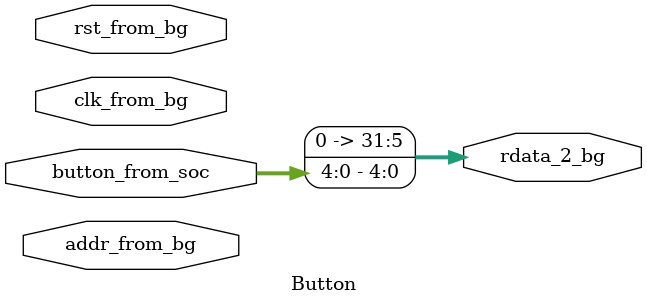
<source format=v>
`timescale 1ns / 1ps

`include "defines.vh"

module Button(
    input wire[4:0]  button_from_soc,
    input wire clk_from_bg,
    input wire rst_from_bg,
    input wire[31:0] addr_from_bg,
    output reg[31:0] rdata_2_bg
);

    always@(*) begin
        rdata_2_bg = { 27'b0, button_from_soc[4:0]};
    end
endmodule
</source>
